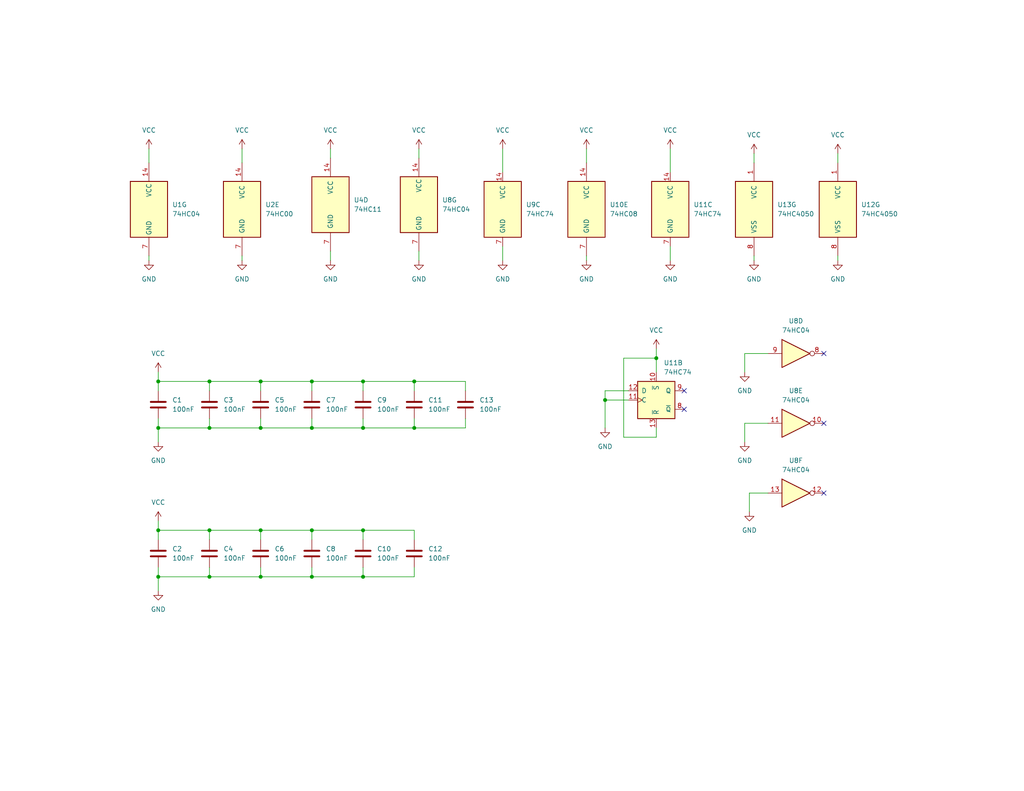
<source format=kicad_sch>
(kicad_sch (version 20211123) (generator eeschema)
  (paper "USLetter")
  (title_block (title "1802-Mini Parallel I/O"))
  (lib_symbols
    (symbol "74HCxx:74HC08" (pin_names (offset 1.016))
      (property "Reference" "U" (at 0 1.27 0))
      (property "Value" "74HC08" (at 0 -1.27 0))
      (symbol "74HC08_1_1"
        (arc (start 0 -3.81) (mid 3.81 0) (end 0 3.81) (stroke (width 0.254)) (fill (type background)))
        (polyline (pts (xy 0 3.81) (xy -3.81 3.81) (xy -3.81 -3.81) (xy 0 -3.81)) (stroke (width 0.254)) (fill (type background)))
        (pin input line (at -7.62 2.54 0) (length 3.81) (name "~") (number "1"))
        (pin input line (at -7.62 -2.54 0) (length 3.81) (name "~") (number "2"))
        (pin output line (at 7.62 0 180) (length 3.81) (name "~") (number "3"))
      )
      (symbol "74HC08_1_2"
        (arc (start -3.81 -3.81) (mid -2.589 0) (end -3.81 3.81) (stroke (width 0.254)))
        (arc (start -0.6096 -3.81) (mid 2.1842 -2.5851) (end 3.81 0) (stroke (width 0.254)) (fill (type background)))
        (polyline (pts (xy -3.81 -3.81) (xy -0.635 -3.81)) (stroke (width 0.254)) (fill (type background)))
        (polyline (pts (xy -3.81 3.81) (xy -0.635 3.81)) (stroke (width 0.254)) (fill (type background)))
        (polyline (pts (xy -0.635 3.81) (xy -3.81 3.81) (xy -3.81 3.81) (xy -3.556 3.4036) (xy -3.0226 2.2606) (xy -2.6924 1.0414) (xy -2.6162 -0.254) (xy -2.7686 -1.4986) (xy -3.175 -2.7178) (xy -3.81 -3.81) (xy -3.81 -3.81) (xy -0.635 -3.81)) (stroke (width -25.4)) (fill (type background)))
        (arc (start 3.81 0) (mid 2.1915 2.5936) (end -0.6096 3.81) (stroke (width 0.254)) (fill (type background)))
        (pin input inverted (at -7.62 2.54 0) (length 4.318) (name "~") (number "1"))
        (pin input inverted (at -7.62 -2.54 0) (length 4.318) (name "~") (number "2"))
        (pin output inverted (at 7.62 0 180) (length 3.81) (name "~") (number "3"))
      )
      (symbol "74HC08_2_1"
        (arc (start 0 -3.81) (mid 3.81 0) (end 0 3.81) (stroke (width 0.254)) (fill (type background)))
        (polyline (pts (xy 0 3.81) (xy -3.81 3.81) (xy -3.81 -3.81) (xy 0 -3.81)) (stroke (width 0.254)) (fill (type background)))
        (pin input line (at -7.62 2.54 0) (length 3.81) (name "~") (number "4"))
        (pin input line (at -7.62 -2.54 0) (length 3.81) (name "~") (number "5"))
        (pin output line (at 7.62 0 180) (length 3.81) (name "~") (number "6"))
      )
      (symbol "74HC08_2_2"
        (arc (start -3.81 -3.81) (mid -2.589 0) (end -3.81 3.81) (stroke (width 0.254)))
        (arc (start -0.6096 -3.81) (mid 2.1842 -2.5851) (end 3.81 0) (stroke (width 0.254)) (fill (type background)))
        (polyline (pts (xy -3.81 -3.81) (xy -0.635 -3.81)) (stroke (width 0.254)) (fill (type background)))
        (polyline (pts (xy -3.81 3.81) (xy -0.635 3.81)) (stroke (width 0.254)) (fill (type background)))
        (polyline (pts (xy -0.635 3.81) (xy -3.81 3.81) (xy -3.81 3.81) (xy -3.556 3.4036) (xy -3.0226 2.2606) (xy -2.6924 1.0414) (xy -2.6162 -0.254) (xy -2.7686 -1.4986) (xy -3.175 -2.7178) (xy -3.81 -3.81) (xy -3.81 -3.81) (xy -0.635 -3.81)) (stroke (width -25.4)) (fill (type background)))
        (arc (start 3.81 0) (mid 2.1915 2.5936) (end -0.6096 3.81) (stroke (width 0.254)) (fill (type background)))
        (pin input inverted (at -7.62 2.54 0) (length 4.318) (name "~") (number "4"))
        (pin input inverted (at -7.62 -2.54 0) (length 4.318) (name "~") (number "5"))
        (pin output inverted (at 7.62 0 180) (length 3.81) (name "~") (number "6"))
      )
      (symbol "74HC08_3_1"
        (arc (start 0 -3.81) (mid 3.81 0) (end 0 3.81) (stroke (width 0.254)) (fill (type background)))
        (polyline (pts (xy 0 3.81) (xy -3.81 3.81) (xy -3.81 -3.81) (xy 0 -3.81)) (stroke (width 0.254)) (fill (type background)))
        (pin input line (at -7.62 -2.54 0) (length 3.81) (name "~") (number "10"))
        (pin output line (at 7.62 0 180) (length 3.81) (name "~") (number "8"))
        (pin input line (at -7.62 2.54 0) (length 3.81) (name "~") (number "9"))
      )
      (symbol "74HC08_3_2"
        (arc (start -3.81 -3.81) (mid -2.589 0) (end -3.81 3.81) (stroke (width 0.254)))
        (arc (start -0.6096 -3.81) (mid 2.1842 -2.5851) (end 3.81 0) (stroke (width 0.254)) (fill (type background)))
        (polyline (pts (xy -3.81 -3.81) (xy -0.635 -3.81)) (stroke (width 0.254)) (fill (type background)))
        (polyline (pts (xy -3.81 3.81) (xy -0.635 3.81)) (stroke (width 0.254)) (fill (type background)))
        (polyline (pts (xy -0.635 3.81) (xy -3.81 3.81) (xy -3.81 3.81) (xy -3.556 3.4036) (xy -3.0226 2.2606) (xy -2.6924 1.0414) (xy -2.6162 -0.254) (xy -2.7686 -1.4986) (xy -3.175 -2.7178) (xy -3.81 -3.81) (xy -3.81 -3.81) (xy -0.635 -3.81)) (stroke (width -25.4)) (fill (type background)))
        (arc (start 3.81 0) (mid 2.1915 2.5936) (end -0.6096 3.81) (stroke (width 0.254)) (fill (type background)))
        (pin input inverted (at -7.62 -2.54 0) (length 4.318) (name "~") (number "10"))
        (pin output inverted (at 7.62 0 180) (length 3.81) (name "~") (number "8"))
        (pin input inverted (at -7.62 2.54 0) (length 4.318) (name "~") (number "9"))
      )
      (symbol "74HC08_4_1"
        (arc (start 0 -3.81) (mid 3.81 0) (end 0 3.81) (stroke (width 0.254)) (fill (type background)))
        (polyline (pts (xy 0 3.81) (xy -3.81 3.81) (xy -3.81 -3.81) (xy 0 -3.81)) (stroke (width 0.254)) (fill (type background)))
        (pin output line (at 7.62 0 180) (length 3.81) (name "~") (number "11"))
        (pin input line (at -7.62 2.54 0) (length 3.81) (name "~") (number "12"))
        (pin input line (at -7.62 -2.54 0) (length 3.81) (name "~") (number "13"))
      )
      (symbol "74HC08_4_2"
        (arc (start -3.81 -3.81) (mid -2.589 0) (end -3.81 3.81) (stroke (width 0.254)))
        (arc (start -0.6096 -3.81) (mid 2.1842 -2.5851) (end 3.81 0) (stroke (width 0.254)) (fill (type background)))
        (polyline (pts (xy -3.81 -3.81) (xy -0.635 -3.81)) (stroke (width 0.254)) (fill (type background)))
        (polyline (pts (xy -3.81 3.81) (xy -0.635 3.81)) (stroke (width 0.254)) (fill (type background)))
        (polyline (pts (xy -0.635 3.81) (xy -3.81 3.81) (xy -3.81 3.81) (xy -3.556 3.4036) (xy -3.0226 2.2606) (xy -2.6924 1.0414) (xy -2.6162 -0.254) (xy -2.7686 -1.4986) (xy -3.175 -2.7178) (xy -3.81 -3.81) (xy -3.81 -3.81) (xy -0.635 -3.81)) (stroke (width -25.4)) (fill (type background)))
        (arc (start 3.81 0) (mid 2.1915 2.5936) (end -0.6096 3.81) (stroke (width 0.254)) (fill (type background)))
        (pin output inverted (at 7.62 0 180) (length 3.81) (name "~") (number "11"))
        (pin input inverted (at -7.62 2.54 0) (length 4.318) (name "~") (number "12"))
        (pin input inverted (at -7.62 -2.54 0) (length 4.318) (name "~") (number "13"))
      )
      (symbol "74HC08_5_0"
        (pin power_in line (at 0 12.7 270) (length 5.08) (name "VCC") (number "14"))
        (pin power_in line (at 0 -12.7 90) (length 5.08) (name "GND") (number "7"))
      )
      (symbol "74HC08_5_1"
        (rectangle (start -5.08 7.62) (end 5.08 -7.62) (stroke (width 0.254)) (fill (type background)))
      )
    )
    (symbol "74HCxx:74HC11" (pin_names (offset 1.016))
      (property "Reference" "U" (at 0 1.27 0))
      (property "Value" "74HC11" (at 0 -1.27 0))
      (symbol "74HC11_1_1"
        (arc (start 0 -3.81) (mid 3.81 0) (end 0 3.81) (stroke (width 0.254)) (fill (type background)))
        (polyline (pts (xy 0 3.81) (xy -3.81 3.81) (xy -3.81 -3.81) (xy 0 -3.81)) (stroke (width 0.254)) (fill (type background)))
        (pin input line (at -7.62 2.54 0) (length 3.81) (name "~") (number "1"))
        (pin output line (at 7.62 0 180) (length 3.81) (name "~") (number "12"))
        (pin input line (at -7.62 -2.54 0) (length 3.81) (name "~") (number "13"))
        (pin input line (at -7.62 0 0) (length 3.81) (name "~") (number "2"))
      )
      (symbol "74HC11_1_2"
        (arc (start -3.81 -3.81) (mid -2.589 0) (end -3.81 3.81) (stroke (width 0.254)))
        (arc (start -0.6096 -3.81) (mid 2.1842 -2.5851) (end 3.81 0) (stroke (width 0.254)) (fill (type background)))
        (polyline (pts (xy -3.81 -3.81) (xy -0.635 -3.81)) (stroke (width 0.254)) (fill (type background)))
        (polyline (pts (xy -3.81 3.81) (xy -0.635 3.81)) (stroke (width 0.254)) (fill (type background)))
        (polyline (pts (xy -0.635 3.81) (xy -3.81 3.81) (xy -3.81 3.81) (xy -3.556 3.4036) (xy -3.0226 2.2606) (xy -2.6924 1.0414) (xy -2.6162 -0.254) (xy -2.7686 -1.4986) (xy -3.175 -2.7178) (xy -3.81 -3.81) (xy -3.81 -3.81) (xy -0.635 -3.81)) (stroke (width -25.4)) (fill (type background)))
        (arc (start 3.81 0) (mid 2.1915 2.5936) (end -0.6096 3.81) (stroke (width 0.254)) (fill (type background)))
        (pin input inverted (at -7.62 2.54 0) (length 4.318) (name "~") (number "1"))
        (pin output inverted (at 7.62 0 180) (length 3.81) (name "~") (number "12"))
        (pin input inverted (at -7.62 -2.54 0) (length 4.318) (name "~") (number "13"))
        (pin input inverted (at -7.62 0 0) (length 4.953) (name "~") (number "2"))
      )
      (symbol "74HC11_2_1"
        (arc (start 0 -3.81) (mid 3.81 0) (end 0 3.81) (stroke (width 0.254)) (fill (type background)))
        (polyline (pts (xy 0 3.81) (xy -3.81 3.81) (xy -3.81 -3.81) (xy 0 -3.81)) (stroke (width 0.254)) (fill (type background)))
        (pin input line (at -7.62 2.54 0) (length 3.81) (name "~") (number "3"))
        (pin input line (at -7.62 0 0) (length 3.81) (name "~") (number "4"))
        (pin input line (at -7.62 -2.54 0) (length 3.81) (name "~") (number "5"))
        (pin output line (at 7.62 0 180) (length 3.81) (name "~") (number "6"))
      )
      (symbol "74HC11_2_2"
        (arc (start -3.81 -3.81) (mid -2.589 0) (end -3.81 3.81) (stroke (width 0.254)))
        (arc (start -0.6096 -3.81) (mid 2.1842 -2.5851) (end 3.81 0) (stroke (width 0.254)) (fill (type background)))
        (polyline (pts (xy -3.81 -3.81) (xy -0.635 -3.81)) (stroke (width 0.254)) (fill (type background)))
        (polyline (pts (xy -3.81 3.81) (xy -0.635 3.81)) (stroke (width 0.254)) (fill (type background)))
        (polyline (pts (xy -0.635 3.81) (xy -3.81 3.81) (xy -3.81 3.81) (xy -3.556 3.4036) (xy -3.0226 2.2606) (xy -2.6924 1.0414) (xy -2.6162 -0.254) (xy -2.7686 -1.4986) (xy -3.175 -2.7178) (xy -3.81 -3.81) (xy -3.81 -3.81) (xy -0.635 -3.81)) (stroke (width -25.4)) (fill (type background)))
        (arc (start 3.81 0) (mid 2.1915 2.5936) (end -0.6096 3.81) (stroke (width 0.254)) (fill (type background)))
        (pin input inverted (at -7.62 2.54 0) (length 4.318) (name "~") (number "3"))
        (pin input inverted (at -7.62 0 0) (length 4.953) (name "~") (number "4"))
        (pin input inverted (at -7.62 -2.54 0) (length 4.318) (name "~") (number "5"))
        (pin output inverted (at 7.62 0 180) (length 3.81) (name "~") (number "6"))
      )
      (symbol "74HC11_3_1"
        (arc (start 0 -3.81) (mid 3.81 0) (end 0 3.81) (stroke (width 0.254)) (fill (type background)))
        (polyline (pts (xy 0 3.81) (xy -3.81 3.81) (xy -3.81 -3.81) (xy 0 -3.81)) (stroke (width 0.254)) (fill (type background)))
        (pin input line (at -7.62 0 0) (length 3.81) (name "~") (number "10"))
        (pin input line (at -7.62 -2.54 0) (length 3.81) (name "~") (number "11"))
        (pin output line (at 7.62 0 180) (length 3.81) (name "~") (number "8"))
        (pin input line (at -7.62 2.54 0) (length 3.81) (name "~") (number "9"))
      )
      (symbol "74HC11_3_2"
        (arc (start -3.81 -3.81) (mid -2.589 0) (end -3.81 3.81) (stroke (width 0.254)))
        (arc (start -0.6096 -3.81) (mid 2.1842 -2.5851) (end 3.81 0) (stroke (width 0.254)) (fill (type background)))
        (polyline (pts (xy -3.81 -3.81) (xy -0.635 -3.81)) (stroke (width 0.254)) (fill (type background)))
        (polyline (pts (xy -3.81 3.81) (xy -0.635 3.81)) (stroke (width 0.254)) (fill (type background)))
        (polyline (pts (xy -0.635 3.81) (xy -3.81 3.81) (xy -3.81 3.81) (xy -3.556 3.4036) (xy -3.0226 2.2606) (xy -2.6924 1.0414) (xy -2.6162 -0.254) (xy -2.7686 -1.4986) (xy -3.175 -2.7178) (xy -3.81 -3.81) (xy -3.81 -3.81) (xy -0.635 -3.81)) (stroke (width -25.4)) (fill (type background)))
        (arc (start 3.81 0) (mid 2.1915 2.5936) (end -0.6096 3.81) (stroke (width 0.254)) (fill (type background)))
        (pin input inverted (at -7.62 0 0) (length 4.953) (name "~") (number "10"))
        (pin input inverted (at -7.62 -2.54 0) (length 4.318) (name "~") (number "11"))
        (pin output inverted (at 7.62 0 180) (length 3.81) (name "~") (number "8"))
        (pin input inverted (at -7.62 2.54 0) (length 4.318) (name "~") (number "9"))
      )
      (symbol "74HC11_4_0"
        (pin power_in line (at 0 12.7 270) (length 5.08) (name "VCC") (number "14"))
        (pin power_in line (at 0 -12.7 90) (length 5.08) (name "GND") (number "7"))
      )
      (symbol "74HC11_4_1"
        (rectangle (start -5.08 7.62) (end 5.08 -7.62) (stroke (width 0.254)) (fill (type background)))
      )
    )
    (symbol "74HCxx:74HC4050" (pin_names (offset 1.016))
      (property "Reference" "U" (at 0 1.27 0))
      (property "Value" "74HC4050" (at 0 -1.27 0))
      (symbol "74HC4050_1_0"
        (polyline (pts (xy -3.81 3.81) (xy -3.81 -3.81) (xy 3.81 0) (xy -3.81 3.81)) (stroke (width 0.254)) (fill (type background)))
        (pin output line (at 7.62 0 180) (length 3.81) (name "~") (number "2"))
        (pin input line (at -7.62 0 0) (length 3.81) (name "~") (number "3"))
      )
      (symbol "74HC4050_2_0"
        (polyline (pts (xy -3.81 3.81) (xy -3.81 -3.81) (xy 3.81 0) (xy -3.81 3.81)) (stroke (width 0.254)) (fill (type background)))
        (pin output line (at 7.62 0 180) (length 3.81) (name "~") (number "4"))
        (pin input line (at -7.62 0 0) (length 3.81) (name "~") (number "5"))
      )
      (symbol "74HC4050_3_0"
        (polyline (pts (xy -3.81 3.81) (xy -3.81 -3.81) (xy 3.81 0) (xy -3.81 3.81)) (stroke (width 0.254)) (fill (type background)))
        (pin output line (at 7.62 0 180) (length 3.81) (name "~") (number "6"))
        (pin input line (at -7.62 0 0) (length 3.81) (name "~") (number "7"))
      )
      (symbol "74HC4050_4_0"
        (polyline (pts (xy -3.81 3.81) (xy -3.81 -3.81) (xy 3.81 0) (xy -3.81 3.81)) (stroke (width 0.254)) (fill (type background)))
        (pin output line (at 7.62 0 180) (length 3.81) (name "~") (number "10"))
        (pin input line (at -7.62 0 0) (length 3.81) (name "~") (number "9"))
      )
      (symbol "74HC4050_5_0"
        (polyline (pts (xy -3.81 3.81) (xy -3.81 -3.81) (xy 3.81 0) (xy -3.81 3.81)) (stroke (width 0.254)) (fill (type background)))
        (pin input line (at -7.62 0 0) (length 3.81) (name "~") (number "11"))
        (pin output line (at 7.62 0 180) (length 3.81) (name "~") (number "12"))
      )
      (symbol "74HC4050_6_0"
        (polyline (pts (xy -3.81 3.81) (xy -3.81 -3.81) (xy 3.81 0) (xy -3.81 3.81)) (stroke (width 0.254)) (fill (type background)))
        (pin input line (at -7.62 0 0) (length 3.81) (name "~") (number "14"))
        (pin output line (at 7.62 0 180) (length 3.81) (name "~") (number "15"))
      )
      (symbol "74HC4050_7_0"
        (pin power_in line (at 0 12.7 270) (length 5.08) (name "VCC") (number "1"))
        (pin power_in line (at 0 -12.7 90) (length 5.08) (name "VSS") (number "8"))
      )
      (symbol "74HC4050_7_1"
        (rectangle (start -5.08 7.62) (end 5.08 -7.62) (stroke (width 0.254)) (fill (type background)))
      )
    )
    (symbol "74xx:74HC00" (pin_names (offset 1.016))
      (property "Reference" "U" (at 0 1.27 0))
      (property "Value" "74HC00" (at 0 -1.27 0))
      (symbol "74HC00_1_1"
        (arc (start 0 -3.81) (mid 3.81 0) (end 0 3.81) (stroke (width 0.254)) (fill (type background)))
        (polyline (pts (xy 0 3.81) (xy -3.81 3.81) (xy -3.81 -3.81) (xy 0 -3.81)) (stroke (width 0.254)) (fill (type background)))
        (pin input line (at -7.62 2.54 0) (length 3.81) (name "~") (number "1"))
        (pin input line (at -7.62 -2.54 0) (length 3.81) (name "~") (number "2"))
        (pin output inverted (at 7.62 0 180) (length 3.81) (name "~") (number "3"))
      )
      (symbol "74HC00_1_2"
        (arc (start -3.81 -3.81) (mid -2.589 0) (end -3.81 3.81) (stroke (width 0.254)))
        (arc (start -0.6096 -3.81) (mid 2.1842 -2.5851) (end 3.81 0) (stroke (width 0.254)) (fill (type background)))
        (polyline (pts (xy -3.81 -3.81) (xy -0.635 -3.81)) (stroke (width 0.254)) (fill (type background)))
        (polyline (pts (xy -3.81 3.81) (xy -0.635 3.81)) (stroke (width 0.254)) (fill (type background)))
        (polyline (pts (xy -0.635 3.81) (xy -3.81 3.81) (xy -3.81 3.81) (xy -3.556 3.4036) (xy -3.0226 2.2606) (xy -2.6924 1.0414) (xy -2.6162 -0.254) (xy -2.7686 -1.4986) (xy -3.175 -2.7178) (xy -3.81 -3.81) (xy -3.81 -3.81) (xy -0.635 -3.81)) (stroke (width -25.4)) (fill (type background)))
        (arc (start 3.81 0) (mid 2.1915 2.5936) (end -0.6096 3.81) (stroke (width 0.254)) (fill (type background)))
        (pin input inverted (at -7.62 2.54 0) (length 4.318) (name "~") (number "1"))
        (pin input inverted (at -7.62 -2.54 0) (length 4.318) (name "~") (number "2"))
        (pin output line (at 7.62 0 180) (length 3.81) (name "~") (number "3"))
      )
      (symbol "74HC00_2_1"
        (arc (start 0 -3.81) (mid 3.81 0) (end 0 3.81) (stroke (width 0.254)) (fill (type background)))
        (polyline (pts (xy 0 3.81) (xy -3.81 3.81) (xy -3.81 -3.81) (xy 0 -3.81)) (stroke (width 0.254)) (fill (type background)))
        (pin input line (at -7.62 2.54 0) (length 3.81) (name "~") (number "4"))
        (pin input line (at -7.62 -2.54 0) (length 3.81) (name "~") (number "5"))
        (pin output inverted (at 7.62 0 180) (length 3.81) (name "~") (number "6"))
      )
      (symbol "74HC00_2_2"
        (arc (start -3.81 -3.81) (mid -2.589 0) (end -3.81 3.81) (stroke (width 0.254)))
        (arc (start -0.6096 -3.81) (mid 2.1842 -2.5851) (end 3.81 0) (stroke (width 0.254)) (fill (type background)))
        (polyline (pts (xy -3.81 -3.81) (xy -0.635 -3.81)) (stroke (width 0.254)) (fill (type background)))
        (polyline (pts (xy -3.81 3.81) (xy -0.635 3.81)) (stroke (width 0.254)) (fill (type background)))
        (polyline (pts (xy -0.635 3.81) (xy -3.81 3.81) (xy -3.81 3.81) (xy -3.556 3.4036) (xy -3.0226 2.2606) (xy -2.6924 1.0414) (xy -2.6162 -0.254) (xy -2.7686 -1.4986) (xy -3.175 -2.7178) (xy -3.81 -3.81) (xy -3.81 -3.81) (xy -0.635 -3.81)) (stroke (width -25.4)) (fill (type background)))
        (arc (start 3.81 0) (mid 2.1915 2.5936) (end -0.6096 3.81) (stroke (width 0.254)) (fill (type background)))
        (pin input inverted (at -7.62 2.54 0) (length 4.318) (name "~") (number "4"))
        (pin input inverted (at -7.62 -2.54 0) (length 4.318) (name "~") (number "5"))
        (pin output line (at 7.62 0 180) (length 3.81) (name "~") (number "6"))
      )
      (symbol "74HC00_3_1"
        (arc (start 0 -3.81) (mid 3.81 0) (end 0 3.81) (stroke (width 0.254)) (fill (type background)))
        (polyline (pts (xy 0 3.81) (xy -3.81 3.81) (xy -3.81 -3.81) (xy 0 -3.81)) (stroke (width 0.254)) (fill (type background)))
        (pin input line (at -7.62 -2.54 0) (length 3.81) (name "~") (number "10"))
        (pin output inverted (at 7.62 0 180) (length 3.81) (name "~") (number "8"))
        (pin input line (at -7.62 2.54 0) (length 3.81) (name "~") (number "9"))
      )
      (symbol "74HC00_3_2"
        (arc (start -3.81 -3.81) (mid -2.589 0) (end -3.81 3.81) (stroke (width 0.254)))
        (arc (start -0.6096 -3.81) (mid 2.1842 -2.5851) (end 3.81 0) (stroke (width 0.254)) (fill (type background)))
        (polyline (pts (xy -3.81 -3.81) (xy -0.635 -3.81)) (stroke (width 0.254)) (fill (type background)))
        (polyline (pts (xy -3.81 3.81) (xy -0.635 3.81)) (stroke (width 0.254)) (fill (type background)))
        (polyline (pts (xy -0.635 3.81) (xy -3.81 3.81) (xy -3.81 3.81) (xy -3.556 3.4036) (xy -3.0226 2.2606) (xy -2.6924 1.0414) (xy -2.6162 -0.254) (xy -2.7686 -1.4986) (xy -3.175 -2.7178) (xy -3.81 -3.81) (xy -3.81 -3.81) (xy -0.635 -3.81)) (stroke (width -25.4)) (fill (type background)))
        (arc (start 3.81 0) (mid 2.1915 2.5936) (end -0.6096 3.81) (stroke (width 0.254)) (fill (type background)))
        (pin input inverted (at -7.62 -2.54 0) (length 4.318) (name "~") (number "10"))
        (pin output line (at 7.62 0 180) (length 3.81) (name "~") (number "8"))
        (pin input inverted (at -7.62 2.54 0) (length 4.318) (name "~") (number "9"))
      )
      (symbol "74HC00_4_1"
        (arc (start 0 -3.81) (mid 3.81 0) (end 0 3.81) (stroke (width 0.254)) (fill (type background)))
        (polyline (pts (xy 0 3.81) (xy -3.81 3.81) (xy -3.81 -3.81) (xy 0 -3.81)) (stroke (width 0.254)) (fill (type background)))
        (pin output inverted (at 7.62 0 180) (length 3.81) (name "~") (number "11"))
        (pin input line (at -7.62 2.54 0) (length 3.81) (name "~") (number "12"))
        (pin input line (at -7.62 -2.54 0) (length 3.81) (name "~") (number "13"))
      )
      (symbol "74HC00_4_2"
        (arc (start -3.81 -3.81) (mid -2.589 0) (end -3.81 3.81) (stroke (width 0.254)))
        (arc (start -0.6096 -3.81) (mid 2.1842 -2.5851) (end 3.81 0) (stroke (width 0.254)) (fill (type background)))
        (polyline (pts (xy -3.81 -3.81) (xy -0.635 -3.81)) (stroke (width 0.254)) (fill (type background)))
        (polyline (pts (xy -3.81 3.81) (xy -0.635 3.81)) (stroke (width 0.254)) (fill (type background)))
        (polyline (pts (xy -0.635 3.81) (xy -3.81 3.81) (xy -3.81 3.81) (xy -3.556 3.4036) (xy -3.0226 2.2606) (xy -2.6924 1.0414) (xy -2.6162 -0.254) (xy -2.7686 -1.4986) (xy -3.175 -2.7178) (xy -3.81 -3.81) (xy -3.81 -3.81) (xy -0.635 -3.81)) (stroke (width -25.4)) (fill (type background)))
        (arc (start 3.81 0) (mid 2.1915 2.5936) (end -0.6096 3.81) (stroke (width 0.254)) (fill (type background)))
        (pin output line (at 7.62 0 180) (length 3.81) (name "~") (number "11"))
        (pin input inverted (at -7.62 2.54 0) (length 4.318) (name "~") (number "12"))
        (pin input inverted (at -7.62 -2.54 0) (length 4.318) (name "~") (number "13"))
      )
      (symbol "74HC00_5_0"
        (pin power_in line (at 0 12.7 270) (length 5.08) (name "VCC") (number "14"))
        (pin power_in line (at 0 -12.7 90) (length 5.08) (name "GND") (number "7"))
      )
      (symbol "74HC00_5_1"
        (rectangle (start -5.08 7.62) (end 5.08 -7.62) (stroke (width 0.254)) (fill (type background)))
      )
    )
    (symbol "74xx:74HC04"
      (property "Reference" "U" (at 0 1.27 0))
      (property "Value" "74HC04" (at 0 -1.27 0))
      (symbol "74HC04_1_0"
        (polyline (pts (xy -3.81 3.81) (xy -3.81 -3.81) (xy 3.81 0) (xy -3.81 3.81)) (stroke (width 0.254)) (fill (type background)))
        (pin input line (at -7.62 0 0) (length 3.81) (name "~") (number "1"))
        (pin output inverted (at 7.62 0 180) (length 3.81) (name "~") (number "2"))
      )
      (symbol "74HC04_2_0"
        (polyline (pts (xy -3.81 3.81) (xy -3.81 -3.81) (xy 3.81 0) (xy -3.81 3.81)) (stroke (width 0.254)) (fill (type background)))
        (pin input line (at -7.62 0 0) (length 3.81) (name "~") (number "3"))
        (pin output inverted (at 7.62 0 180) (length 3.81) (name "~") (number "4"))
      )
      (symbol "74HC04_3_0"
        (polyline (pts (xy -3.81 3.81) (xy -3.81 -3.81) (xy 3.81 0) (xy -3.81 3.81)) (stroke (width 0.254)) (fill (type background)))
        (pin input line (at -7.62 0 0) (length 3.81) (name "~") (number "5"))
        (pin output inverted (at 7.62 0 180) (length 3.81) (name "~") (number "6"))
      )
      (symbol "74HC04_4_0"
        (polyline (pts (xy -3.81 3.81) (xy -3.81 -3.81) (xy 3.81 0) (xy -3.81 3.81)) (stroke (width 0.254)) (fill (type background)))
        (pin output inverted (at 7.62 0 180) (length 3.81) (name "~") (number "8"))
        (pin input line (at -7.62 0 0) (length 3.81) (name "~") (number "9"))
      )
      (symbol "74HC04_5_0"
        (polyline (pts (xy -3.81 3.81) (xy -3.81 -3.81) (xy 3.81 0) (xy -3.81 3.81)) (stroke (width 0.254)) (fill (type background)))
        (pin output inverted (at 7.62 0 180) (length 3.81) (name "~") (number "10"))
        (pin input line (at -7.62 0 0) (length 3.81) (name "~") (number "11"))
      )
      (symbol "74HC04_6_0"
        (polyline (pts (xy -3.81 3.81) (xy -3.81 -3.81) (xy 3.81 0) (xy -3.81 3.81)) (stroke (width 0.254)) (fill (type background)))
        (pin output inverted (at 7.62 0 180) (length 3.81) (name "~") (number "12"))
        (pin input line (at -7.62 0 0) (length 3.81) (name "~") (number "13"))
      )
      (symbol "74HC04_7_0"
        (pin power_in line (at 0 12.7 270) (length 5.08) (name "VCC") (number "14"))
        (pin power_in line (at 0 -12.7 90) (length 5.08) (name "GND") (number "7"))
      )
      (symbol "74HC04_7_1"
        (rectangle (start -5.08 7.62) (end 5.08 -7.62) (stroke (width 0.254)) (fill (type background)))
      )
    )
    (symbol "74xx:74HC74" (pin_names (offset 1.016))
      (property "Reference" "U" (at -7.62 8.89 0))
      (property "Value" "74HC74" (at -7.62 -8.89 0))
      (symbol "74HC74_1_0"
        (pin input line (at 0 -7.62 90) (length 2.54) (name "~{R}") (number "1"))
        (pin input line (at -7.62 2.54 0) (length 2.54) (name "D") (number "2"))
        (pin input clock (at -7.62 0 0) (length 2.54) (name "C") (number "3"))
        (pin input line (at 0 7.62 270) (length 2.54) (name "~{S}") (number "4"))
        (pin output line (at 7.62 2.54 180) (length 2.54) (name "Q") (number "5"))
        (pin output line (at 7.62 -2.54 180) (length 2.54) (name "~{Q}") (number "6"))
      )
      (symbol "74HC74_1_1"
        (rectangle (start -5.08 5.08) (end 5.08 -5.08) (stroke (width 0.254)) (fill (type background)))
      )
      (symbol "74HC74_2_0"
        (pin input line (at 0 7.62 270) (length 2.54) (name "~{S}") (number "10"))
        (pin input clock (at -7.62 0 0) (length 2.54) (name "C") (number "11"))
        (pin input line (at -7.62 2.54 0) (length 2.54) (name "D") (number "12"))
        (pin input line (at 0 -7.62 90) (length 2.54) (name "~{R}") (number "13"))
        (pin output line (at 7.62 -2.54 180) (length 2.54) (name "~{Q}") (number "8"))
        (pin output line (at 7.62 2.54 180) (length 2.54) (name "Q") (number "9"))
      )
      (symbol "74HC74_2_1"
        (rectangle (start -5.08 5.08) (end 5.08 -5.08) (stroke (width 0.254)) (fill (type background)))
      )
      (symbol "74HC74_3_0"
        (pin power_in line (at 0 10.16 270) (length 2.54) (name "VCC") (number "14"))
        (pin power_in line (at 0 -10.16 90) (length 2.54) (name "GND") (number "7"))
      )
      (symbol "74HC74_3_1"
        (rectangle (start -5.08 7.62) (end 5.08 -7.62) (stroke (width 0.254)) (fill (type background)))
      )
    )
    (symbol "Device:C" (pin_numbers hide) (pin_names (offset 0.254))
      (property "Reference" "C" (at 0.635 2.54 0))
      (property "Value" "C" (at 0.635 -2.54 0))
      (symbol "C_0_1"
        (polyline (pts (xy -2.032 -0.762) (xy 2.032 -0.762)) (stroke (width 0.508)))
        (polyline (pts (xy -2.032 0.762) (xy 2.032 0.762)) (stroke (width 0.508)))
      )
      (symbol "C_1_1"
        (pin passive line (at 0 3.81 270) (length 2.794) (name "~") (number "1"))
        (pin passive line (at 0 -3.81 90) (length 2.794) (name "~") (number "2"))
      )
    )
    (symbol "power:GND" (power) (pin_names (offset 0))
      (property "Value" "GND" (at 0 -3.81 0))
      (symbol "GND_0_1"
        (polyline (pts (xy 0 0) (xy 0 -1.27) (xy 1.27 -1.27) (xy 0 -2.54) (xy -1.27 -1.27) (xy 0 -1.27)))
      )
      (symbol "GND_1_1"
        (pin power_in line (at 0 0 270) (length 0) hide (name "GND") (number "1"))
      )
    )
    (symbol "power:VCC" (power) (pin_names (offset 0))
      (property "Value" "VCC" (at 0 3.81 0))
      (symbol "VCC_0_1"
        (polyline (pts (xy -0.762 1.27) (xy 0 2.54)))
        (polyline (pts (xy 0 0) (xy 0 2.54)))
        (polyline (pts (xy 0 2.54) (xy 0.762 1.27)))
      )
      (symbol "VCC_1_1"
        (pin power_in line (at 0 0 90) (length 0) hide (name "VCC") (number "1"))
      )
    )
  )
  (junction (at 165.1 109.22))
  (junction (at 113.03 104.14))
  (junction (at 179.07 97.79))
  (junction (at 85.09 157.48))
  (junction (at 99.06 104.14))
  (junction (at 71.12 116.84))
  (junction (at 57.15 104.14))
  (junction (at 57.15 116.84))
  (junction (at 43.18 104.14))
  (junction (at 43.18 157.48))
  (junction (at 71.12 144.78))
  (junction (at 99.06 157.48))
  (junction (at 85.09 116.84))
  (junction (at 43.18 116.84))
  (junction (at 85.09 144.78))
  (junction (at 85.09 104.14))
  (junction (at 99.06 144.78))
  (junction (at 57.15 144.78))
  (junction (at 99.06 116.84))
  (junction (at 71.12 157.48))
  (junction (at 43.18 144.78))
  (junction (at 71.12 104.14))
  (junction (at 113.03 116.84))
  (junction (at 57.15 157.48))
  (no_connect (at 224.79 96.52))
  (no_connect (at 224.79 134.62))
  (no_connect (at 224.79 115.57))
  (no_connect (at 186.69 106.68))
  (no_connect (at 186.69 111.76))
  (wire (pts (xy 165.1 106.68) (xy 171.45 106.68)))
  (wire (pts (xy 170.18 97.79) (xy 179.07 97.79)))
  (wire (pts (xy 99.06 157.48) (xy 85.09 157.48)))
  (wire (pts (xy 160.02 71.12) (xy 160.02 69.85)))
  (wire (pts (xy 165.1 109.22) (xy 171.45 109.22)))
  (wire (pts (xy 113.03 157.48) (xy 99.06 157.48)))
  (wire (pts (xy 66.04 40.64) (xy 66.04 44.45)))
  (wire (pts (xy 85.09 104.14) (xy 71.12 104.14)))
  (wire (pts (xy 114.3 68.58) (xy 114.3 71.12)))
  (wire (pts (xy 205.74 69.85) (xy 205.74 71.12)))
  (wire (pts (xy 99.06 154.94) (xy 99.06 157.48)))
  (wire (pts (xy 57.15 116.84) (xy 71.12 116.84)))
  (wire (pts (xy 113.03 104.14) (xy 99.06 104.14)))
  (wire (pts (xy 179.07 97.79) (xy 179.07 101.6)))
  (wire (pts (xy 57.15 106.68) (xy 57.15 104.14)))
  (wire (pts (xy 99.06 106.68) (xy 99.06 104.14)))
  (wire (pts (xy 43.18 154.94) (xy 43.18 157.48)))
  (wire (pts (xy 170.18 119.38) (xy 170.18 97.79)))
  (wire (pts (xy 85.09 114.3) (xy 85.09 116.84)))
  (wire (pts (xy 203.2 115.57) (xy 209.55 115.57)))
  (wire (pts (xy 228.6 41.91) (xy 228.6 44.45)))
  (wire (pts (xy 204.47 134.62) (xy 209.55 134.62)))
  (wire (pts (xy 85.09 147.32) (xy 85.09 144.78)))
  (wire (pts (xy 57.15 114.3) (xy 57.15 116.84)))
  (wire (pts (xy 113.03 116.84) (xy 99.06 116.84)))
  (wire (pts (xy 99.06 116.84) (xy 85.09 116.84)))
  (wire (pts (xy 66.04 69.85) (xy 66.04 71.12)))
  (wire (pts (xy 228.6 69.85) (xy 228.6 71.12)))
  (wire (pts (xy 113.03 154.94) (xy 113.03 157.48)))
  (wire (pts (xy 90.17 40.64) (xy 90.17 43.18)))
  (wire (pts (xy 113.03 114.3) (xy 113.03 116.84)))
  (wire (pts (xy 57.15 104.14) (xy 43.18 104.14)))
  (wire (pts (xy 85.09 106.68) (xy 85.09 104.14)))
  (wire (pts (xy 165.1 109.22) (xy 165.1 106.68)))
  (wire (pts (xy 203.2 120.65) (xy 203.2 115.57)))
  (wire (pts (xy 127 104.14) (xy 113.03 104.14)))
  (wire (pts (xy 43.18 157.48) (xy 43.18 161.29)))
  (wire (pts (xy 114.3 40.64) (xy 114.3 43.18)))
  (wire (pts (xy 113.03 147.32) (xy 113.03 144.78)))
  (wire (pts (xy 179.07 116.84) (xy 179.07 119.38)))
  (wire (pts (xy 137.16 40.64) (xy 137.16 46.99)))
  (wire (pts (xy 179.07 119.38) (xy 170.18 119.38)))
  (wire (pts (xy 71.12 144.78) (xy 57.15 144.78)))
  (wire (pts (xy 165.1 116.84) (xy 165.1 109.22)))
  (wire (pts (xy 57.15 116.84) (xy 43.18 116.84)))
  (wire (pts (xy 99.06 114.3) (xy 99.06 116.84)))
  (wire (pts (xy 182.88 40.64) (xy 182.88 46.99)))
  (wire (pts (xy 137.16 67.31) (xy 137.16 71.12)))
  (wire (pts (xy 182.88 67.31) (xy 182.88 71.12)))
  (wire (pts (xy 113.03 144.78) (xy 99.06 144.78)))
  (wire (pts (xy 203.2 101.6) (xy 203.2 96.52)))
  (wire (pts (xy 99.06 144.78) (xy 85.09 144.78)))
  (wire (pts (xy 43.18 114.3) (xy 43.18 116.84)))
  (wire (pts (xy 85.09 144.78) (xy 71.12 144.78)))
  (wire (pts (xy 71.12 116.84) (xy 85.09 116.84)))
  (wire (pts (xy 99.06 147.32) (xy 99.06 144.78)))
  (wire (pts (xy 203.2 96.52) (xy 209.55 96.52)))
  (wire (pts (xy 43.18 101.6) (xy 43.18 104.14)))
  (wire (pts (xy 127 116.84) (xy 113.03 116.84)))
  (wire (pts (xy 57.15 154.94) (xy 57.15 157.48)))
  (wire (pts (xy 40.64 69.85) (xy 40.64 71.12)))
  (wire (pts (xy 43.18 142.24) (xy 43.18 144.78)))
  (wire (pts (xy 204.47 139.7) (xy 204.47 134.62)))
  (wire (pts (xy 113.03 106.68) (xy 113.03 104.14)))
  (wire (pts (xy 127 104.14) (xy 127 106.68)))
  (wire (pts (xy 57.15 147.32) (xy 57.15 144.78)))
  (wire (pts (xy 90.17 68.58) (xy 90.17 71.12)))
  (wire (pts (xy 71.12 104.14) (xy 57.15 104.14)))
  (wire (pts (xy 127 114.3) (xy 127 116.84)))
  (wire (pts (xy 160.02 40.64) (xy 160.02 44.45)))
  (wire (pts (xy 71.12 106.68) (xy 71.12 104.14)))
  (wire (pts (xy 85.09 154.94) (xy 85.09 157.48)))
  (wire (pts (xy 43.18 104.14) (xy 43.18 106.68)))
  (wire (pts (xy 71.12 114.3) (xy 71.12 116.84)))
  (wire (pts (xy 43.18 144.78) (xy 43.18 147.32)))
  (wire (pts (xy 57.15 157.48) (xy 43.18 157.48)))
  (wire (pts (xy 71.12 154.94) (xy 71.12 157.48)))
  (wire (pts (xy 205.74 41.91) (xy 205.74 44.45)))
  (wire (pts (xy 57.15 144.78) (xy 43.18 144.78)))
  (wire (pts (xy 57.15 157.48) (xy 71.12 157.48)))
  (wire (pts (xy 99.06 104.14) (xy 85.09 104.14)))
  (wire (pts (xy 40.64 40.64) (xy 40.64 44.45)))
  (wire (pts (xy 179.07 95.25) (xy 179.07 97.79)))
  (wire (pts (xy 71.12 157.48) (xy 85.09 157.48)))
  (wire (pts (xy 43.18 116.84) (xy 43.18 120.65)))
  (wire (pts (xy 71.12 147.32) (xy 71.12 144.78)))
  (symbol (lib_id "power:VCC") (at 179.07 95.25 0) (unit 1)
    (property "Reference" "#PWR043" (effects hide))
    (property "Value" "VCC" (at 179.07 90.17 0))
  )
  (symbol (lib_id "power:VCC") (at 43.18 142.24 0) (unit 1)
    (property "Reference" "#PWR030" (effects hide))
    (property "Value" "VCC" (at 43.18 137.16 0))
  )
  (symbol (lib_id "power:VCC") (at 43.18 101.6 0) (unit 1)
    (property "Reference" "#PWR028" (effects hide))
    (property "Value" "VCC" (at 43.18 96.52 0))
  )
  (symbol (lib_id "Device:C") (at 57.15 110.49 180) (unit 1)
    (property "Reference" "C3" (at 60.96 109.2199 0) (effects (justify right)))
    (property "Value" "100nF" (at 60.96 111.7599 0) (effects (justify right)))
    (property "Footprint" "Capacitor_THT:C_Disc_D4.7mm_W2.5mm_P5.00mm" (effects hide))
  )
  (symbol (lib_id "Device:C") (at 43.18 151.13 180) (unit 1)
    (property "Reference" "C2" (at 46.99 149.8599 0) (effects (justify right)))
    (property "Value" "100nF" (at 46.99 152.3999 0) (effects (justify right)))
    (property "Footprint" "Capacitor_THT:C_Disc_D4.7mm_W2.5mm_P5.00mm" (effects hide))
  )
  (symbol (lib_id "power:VCC") (at 228.6 41.91 0) (unit 1)
    (property "Reference" "#PWR051" (effects hide))
    (property "Value" "VCC" (at 228.6 36.83 0))
  )
  (symbol (lib_id "power:VCC") (at 40.64 40.64 0) (unit 1)
    (property "Reference" "#PWR026" (effects hide))
    (property "Value" "VCC" (at 40.64 35.56 0))
  )
  (symbol (lib_id "74xx:74HC00") (at 66.04 57.15 0) (unit 5)
    (property "Reference" "U2" (at 72.39 55.8799 0) (effects (justify left)))
    (property "Value" "74HC00" (at 72.39 58.4199 0) (effects (justify left)))
    (property "Footprint" "Package_DIP:DIP-14_W7.62mm_Socket" (effects hide))
    (property "Datasheet" "http://www.ti.com/lit/gpn/sn74hc00" (effects hide))
  )
  (symbol (lib_id "74xx:74HC04") (at 217.17 115.57 0) (unit 5)
    (property "Reference" "U8" (at 217.17 106.68 0))
    (property "Value" "74HC04" (at 217.17 109.22 0))
    (property "Footprint" "Package_DIP:DIP-14_W7.62mm_Socket" (effects hide))
    (property "Datasheet" "https://assets.nexperia.com/documents/data-sheet/74HC_HCT04.pdf" (effects hide))
  )
  (symbol (lib_id "Device:C") (at 43.18 110.49 180) (unit 1)
    (property "Reference" "C1" (at 46.99 109.2199 0) (effects (justify right)))
    (property "Value" "100nF" (at 46.99 111.7599 0) (effects (justify right)))
    (property "Footprint" "Capacitor_THT:C_Disc_D4.7mm_W2.5mm_P5.00mm" (effects hide))
  )
  (symbol (lib_id "74xx:74HC74") (at 137.16 57.15 0) (unit 3)
    (property "Reference" "U9" (at 143.51 55.8799 0) (effects (justify left)))
    (property "Value" "74HC74" (at 143.51 58.4199 0) (effects (justify left)))
    (property "Footprint" "Package_DIP:DIP-14_W7.62mm_Socket" (effects hide))
    (property "Datasheet" "74xx/74hc_hct74.pdf" (effects hide))
  )
  (symbol (lib_id "power:GND") (at 228.6 71.12 0) (unit 1)
    (property "Reference" "#PWR052" (effects hide))
    (property "Value" "GND" (at 228.6 76.2 0))
  )
  (symbol (lib_id "power:VCC") (at 137.16 40.64 0) (unit 1)
    (property "Reference" "#PWR038" (effects hide))
    (property "Value" "VCC" (at 137.16 35.56 0))
  )
  (symbol (lib_id "power:VCC") (at 182.88 40.64 0) (unit 1)
    (property "Reference" "#PWR044" (effects hide))
    (property "Value" "VCC" (at 182.88 35.56 0))
  )
  (symbol (lib_id "Device:C") (at 85.09 151.13 180) (unit 1)
    (property "Reference" "C8" (at 88.9 149.8599 0) (effects (justify right)))
    (property "Value" "100nF" (at 88.9 152.3999 0) (effects (justify right)))
    (property "Footprint" "Capacitor_THT:C_Disc_D4.7mm_W2.5mm_P5.00mm" (effects hide))
  )
  (symbol (lib_id "power:GND") (at 114.3 71.12 0) (unit 1)
    (property "Reference" "#PWR037" (effects hide))
    (property "Value" "GND" (at 114.3 76.2 0))
  )
  (symbol (lib_id "74HCxx:74HC4050") (at 205.74 57.15 0) (unit 7)
    (property "Reference" "U13" (at 212.09 55.8799 0) (effects (justify left)))
    (property "Value" "74HC4050" (at 212.09 58.4199 0) (effects (justify left)))
    (property "Footprint" "Package_DIP:DIP-16_W7.62mm_Socket" (effects hide))
    (property "Datasheet" "http://www.intersil.com/content/dam/intersil/documents/cd40/cd4050bms.pdf" (effects hide))
  )
  (symbol (lib_id "power:GND") (at 43.18 120.65 0) (unit 1)
    (property "Reference" "#PWR029" (effects hide))
    (property "Value" "GND" (at 43.18 125.73 0))
  )
  (symbol (lib_id "power:VCC") (at 66.04 40.64 0) (unit 1)
    (property "Reference" "#PWR032" (effects hide))
    (property "Value" "VCC" (at 66.04 35.56 0))
  )
  (symbol (lib_id "power:GND") (at 40.64 71.12 0) (unit 1)
    (property "Reference" "#PWR027" (effects hide))
    (property "Value" "GND" (at 40.64 76.2 0))
  )
  (symbol (lib_id "74HCxx:74HC11") (at 90.17 55.88 0) (unit 4)
    (property "Reference" "U4" (at 96.52 54.6099 0) (effects (justify left)))
    (property "Value" "74HC11" (at 96.52 57.1499 0) (effects (justify left)))
    (property "Footprint" "Package_DIP:DIP-14_W7.62mm_Socket" (effects hide))
    (property "Datasheet" "http://www.ti.com/lit/gpn/sn74LS11" (effects hide))
  )
  (symbol (lib_id "74xx:74HC74") (at 179.07 109.22 0) (unit 2)
    (property "Reference" "U11" (at 181.0894 99.06 0) (effects (justify left)))
    (property "Value" "74HC74" (at 181.0894 101.6 0) (effects (justify left)))
    (property "Footprint" "Package_DIP:DIP-14_W7.62mm_Socket" (effects hide))
    (property "Datasheet" "74xx/74hc_hct74.pdf" (effects hide))
  )
  (symbol (lib_id "Device:C") (at 99.06 110.49 180) (unit 1)
    (property "Reference" "C9" (at 102.87 109.2199 0) (effects (justify right)))
    (property "Value" "100nF" (at 102.87 111.7599 0) (effects (justify right)))
    (property "Footprint" "Capacitor_THT:C_Disc_D4.7mm_W2.5mm_P5.00mm" (effects hide))
  )
  (symbol (lib_id "power:VCC") (at 114.3 40.64 0) (unit 1)
    (property "Reference" "#PWR036" (effects hide))
    (property "Value" "VCC" (at 114.3 35.56 0))
  )
  (symbol (lib_id "power:VCC") (at 205.74 41.91 0) (unit 1)
    (property "Reference" "#PWR049" (effects hide))
    (property "Value" "VCC" (at 205.74 36.83 0))
  )
  (symbol (lib_id "Device:C") (at 57.15 151.13 180) (unit 1)
    (property "Reference" "C4" (at 60.96 149.8599 0) (effects (justify right)))
    (property "Value" "100nF" (at 60.96 152.3999 0) (effects (justify right)))
    (property "Footprint" "Capacitor_THT:C_Disc_D4.7mm_W2.5mm_P5.00mm" (effects hide))
  )
  (symbol (lib_id "Device:C") (at 127 110.49 180) (unit 1)
    (property "Reference" "C13" (at 130.81 109.2199 0) (effects (justify right)))
    (property "Value" "100nF" (at 130.81 111.7599 0) (effects (justify right)))
    (property "Footprint" "Capacitor_THT:C_Disc_D4.7mm_W2.5mm_P5.00mm" (effects hide))
  )
  (symbol (lib_id "Device:C") (at 71.12 151.13 180) (unit 1)
    (property "Reference" "C6" (at 74.93 149.8599 0) (effects (justify right)))
    (property "Value" "100nF" (at 74.93 152.3999 0) (effects (justify right)))
    (property "Footprint" "Capacitor_THT:C_Disc_D4.7mm_W2.5mm_P5.00mm" (effects hide))
  )
  (symbol (lib_id "power:GND") (at 160.02 71.12 0) (unit 1)
    (property "Reference" "#PWR041" (effects hide))
    (property "Value" "GND" (at 160.02 76.2 0))
  )
  (symbol (lib_id "74xx:74HC04") (at 217.17 96.52 0) (unit 4)
    (property "Reference" "U8" (at 217.17 87.63 0))
    (property "Value" "74HC04" (at 217.17 90.17 0))
    (property "Footprint" "Package_DIP:DIP-14_W7.62mm_Socket" (effects hide))
    (property "Datasheet" "https://assets.nexperia.com/documents/data-sheet/74HC_HCT04.pdf" (effects hide))
  )
  (symbol (lib_id "74xx:74HC04") (at 217.17 134.62 0) (unit 6)
    (property "Reference" "U8" (at 217.17 125.73 0))
    (property "Value" "74HC04" (at 217.17 128.27 0))
    (property "Footprint" "Package_DIP:DIP-14_W7.62mm_Socket" (effects hide))
    (property "Datasheet" "https://assets.nexperia.com/documents/data-sheet/74HC_HCT04.pdf" (effects hide))
  )
  (symbol (lib_id "74xx:74HC74") (at 182.88 57.15 0) (unit 3)
    (property "Reference" "U11" (at 189.23 55.8799 0) (effects (justify left)))
    (property "Value" "74HC74" (at 189.23 58.4199 0) (effects (justify left)))
    (property "Footprint" "Package_DIP:DIP-14_W7.62mm_Socket" (effects hide))
    (property "Datasheet" "74xx/74hc_hct74.pdf" (effects hide))
  )
  (symbol (lib_id "Device:C") (at 85.09 110.49 180) (unit 1)
    (property "Reference" "C7" (at 88.9 109.2199 0) (effects (justify right)))
    (property "Value" "100nF" (at 88.9 111.7599 0) (effects (justify right)))
    (property "Footprint" "Capacitor_THT:C_Disc_D4.7mm_W2.5mm_P5.00mm" (effects hide))
  )
  (symbol (lib_id "power:GND") (at 43.18 161.29 0) (unit 1)
    (property "Reference" "#PWR031" (effects hide))
    (property "Value" "GND" (at 43.18 166.37 0))
  )
  (symbol (lib_id "Device:C") (at 113.03 110.49 180) (unit 1)
    (property "Reference" "C11" (at 116.84 109.2199 0) (effects (justify right)))
    (property "Value" "100nF" (at 116.84 111.7599 0) (effects (justify right)))
    (property "Footprint" "Capacitor_THT:C_Disc_D4.7mm_W2.5mm_P5.00mm" (effects hide))
  )
  (symbol (lib_id "Device:C") (at 71.12 110.49 180) (unit 1)
    (property "Reference" "C5" (at 74.93 109.2199 0) (effects (justify right)))
    (property "Value" "100nF" (at 74.93 111.7599 0) (effects (justify right)))
    (property "Footprint" "Capacitor_THT:C_Disc_D4.7mm_W2.5mm_P5.00mm" (effects hide))
  )
  (symbol (lib_id "Device:C") (at 99.06 151.13 180) (unit 1)
    (property "Reference" "C10" (at 102.87 149.8599 0) (effects (justify right)))
    (property "Value" "100nF" (at 102.87 152.3999 0) (effects (justify right)))
    (property "Footprint" "Capacitor_THT:C_Disc_D4.7mm_W2.5mm_P5.00mm" (effects hide))
  )
  (symbol (lib_id "74xx:74HC04") (at 40.64 57.15 0) (unit 7)
    (property "Reference" "U1" (at 46.99 55.8799 0) (effects (justify left)))
    (property "Value" "74HC04" (at 46.99 58.4199 0) (effects (justify left)))
    (property "Footprint" "Package_DIP:DIP-14_W7.62mm_Socket" (effects hide))
    (property "Datasheet" "https://assets.nexperia.com/documents/data-sheet/74HC_HCT04.pdf" (effects hide))
  )
  (symbol (lib_id "power:GND") (at 182.88 71.12 0) (unit 1)
    (property "Reference" "#PWR045" (effects hide))
    (property "Value" "GND" (at 182.88 76.2 0))
  )
  (symbol (lib_id "power:GND") (at 204.47 139.7 0) (unit 1)
    (property "Reference" "#PWR048" (effects hide))
    (property "Value" "GND" (at 204.47 144.78 0))
  )
  (symbol (lib_id "power:GND") (at 66.04 71.12 0) (unit 1)
    (property "Reference" "#PWR033" (effects hide))
    (property "Value" "GND" (at 66.04 76.2 0))
  )
  (symbol (lib_id "power:VCC") (at 160.02 40.64 0) (unit 1)
    (property "Reference" "#PWR040" (effects hide))
    (property "Value" "VCC" (at 160.02 35.56 0))
  )
  (symbol (lib_id "power:GND") (at 203.2 120.65 0) (unit 1)
    (property "Reference" "#PWR047" (effects hide))
    (property "Value" "GND" (at 203.2 125.73 0))
  )
  (symbol (lib_id "74HCxx:74HC08") (at 160.02 57.15 0) (unit 5)
    (property "Reference" "U10" (at 166.37 55.8799 0) (effects (justify left)))
    (property "Value" "74HC08" (at 166.37 58.4199 0) (effects (justify left)))
    (property "Footprint" "Package_DIP:DIP-14_W7.62mm_Socket" (effects hide))
    (property "Datasheet" "http://www.ti.com/lit/gpn/sn74LS08" (effects hide))
  )
  (symbol (lib_id "power:GND") (at 90.17 71.12 0) (unit 1)
    (property "Reference" "#PWR035" (effects hide))
    (property "Value" "GND" (at 90.17 76.2 0))
  )
  (symbol (lib_id "power:GND") (at 165.1 116.84 0) (unit 1)
    (property "Reference" "#PWR042" (effects hide))
    (property "Value" "GND" (at 165.1 121.92 0))
  )
  (symbol (lib_id "power:VCC") (at 90.17 40.64 0) (unit 1)
    (property "Reference" "#PWR034" (effects hide))
    (property "Value" "VCC" (at 90.17 35.56 0))
  )
  (symbol (lib_id "74HCxx:74HC4050") (at 228.6 57.15 0) (unit 7)
    (property "Reference" "U12" (at 234.95 55.8799 0) (effects (justify left)))
    (property "Value" "74HC4050" (at 234.95 58.4199 0) (effects (justify left)))
    (property "Footprint" "Package_DIP:DIP-16_W7.62mm_Socket" (effects hide))
    (property "Datasheet" "http://www.intersil.com/content/dam/intersil/documents/cd40/cd4050bms.pdf" (effects hide))
  )
  (symbol (lib_id "Device:C") (at 113.03 151.13 180) (unit 1)
    (property "Reference" "C12" (at 116.84 149.8599 0) (effects (justify right)))
    (property "Value" "100nF" (at 116.84 152.3999 0) (effects (justify right)))
    (property "Footprint" "Capacitor_THT:C_Disc_D4.7mm_W2.5mm_P5.00mm" (effects hide))
  )
  (symbol (lib_id "74xx:74HC04") (at 114.3 55.88 0) (unit 7)
    (property "Reference" "U8" (at 120.65 54.6099 0) (effects (justify left)))
    (property "Value" "74HC04" (at 120.65 57.1499 0) (effects (justify left)))
    (property "Footprint" "Package_DIP:DIP-14_W7.62mm_Socket" (effects hide))
    (property "Datasheet" "https://assets.nexperia.com/documents/data-sheet/74HC_HCT04.pdf" (effects hide))
  )
  (symbol (lib_id "power:GND") (at 203.2 101.6 0) (unit 1)
    (property "Reference" "#PWR046" (effects hide))
    (property "Value" "GND" (at 203.2 106.68 0))
  )
  (symbol (lib_id "power:GND") (at 137.16 71.12 0) (unit 1)
    (property "Reference" "#PWR039" (effects hide))
    (property "Value" "GND" (at 137.16 76.2 0))
  )
  (symbol (lib_id "power:GND") (at 205.74 71.12 0) (unit 1)
    (property "Reference" "#PWR050" (effects hide))
    (property "Value" "GND" (at 205.74 76.2 0))
  )
)
</source>
